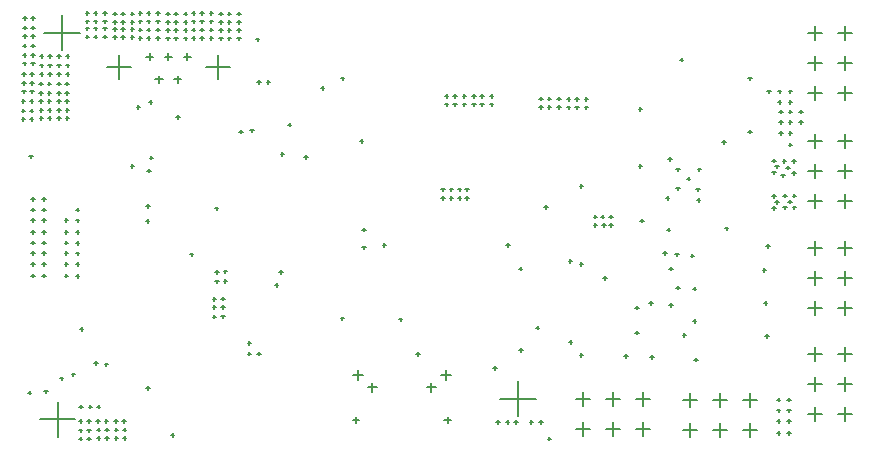
<source format=gbr>
%TF.GenerationSoftware,Altium Limited,Altium Designer,25.4.2 (15)*%
G04 Layer_Color=128*
%FSLAX45Y45*%
%MOMM*%
%TF.SameCoordinates,9A986A7D-484F-4AC0-AE4B-942BB78B8B2C*%
%TF.FilePolarity,Positive*%
%TF.FileFunction,Drillmap*%
%TF.Part,Single*%
G01*
G75*
%TA.AperFunction,NonConductor*%
%ADD100C,0.12700*%
D100*
X13643700Y7937500D02*
X13763699D01*
X13703700Y7877500D02*
Y7997500D01*
X13643700Y7683500D02*
X13763699D01*
X13703700Y7623500D02*
Y7743500D01*
X13643700Y7429500D02*
X13763699D01*
X13703700Y7369500D02*
Y7489500D01*
X13389700Y7937500D02*
X13509700D01*
X13449699Y7877500D02*
Y7997500D01*
X13389700Y7683500D02*
X13509700D01*
X13449699Y7623500D02*
Y7743500D01*
X13389700Y7429500D02*
X13509700D01*
X13449699Y7369500D02*
Y7489500D01*
X10159972Y5854989D02*
X10239971D01*
X10199971Y5814989D02*
Y5894988D01*
X9659972Y5854989D02*
X9739971D01*
X9699971Y5814989D02*
Y5894988D01*
X10309972Y5579988D02*
X10364971D01*
X10337472Y5552489D02*
Y5607488D01*
X9534972Y5579988D02*
X9589971D01*
X9562471Y5552489D02*
Y5607488D01*
X10279971Y5959988D02*
X10364971D01*
X10322471Y5917488D02*
Y6002488D01*
X9534972Y5959988D02*
X9619972D01*
X9577472Y5917488D02*
Y6002488D01*
X7454341Y8564610D02*
X7654341D01*
X7554341Y8464610D02*
Y8664610D01*
X8294341Y8564610D02*
X8494341D01*
X8394341Y8464610D02*
Y8664610D01*
X7784341Y8654610D02*
X7844341D01*
X7814341Y8624610D02*
Y8684610D01*
X7864341Y8464610D02*
X7924341D01*
X7894341Y8434610D02*
Y8494610D01*
X7944341Y8654610D02*
X8004341D01*
X7974341Y8624610D02*
Y8684610D01*
X8024341Y8464610D02*
X8084341D01*
X8054341Y8434610D02*
Y8494610D01*
X8104341Y8654610D02*
X8164341D01*
X8134341Y8624610D02*
Y8684610D01*
X6922500Y8858500D02*
X7222500D01*
X7072500Y8708500D02*
Y9008500D01*
X12329000Y5746300D02*
X12449000D01*
X12389000Y5686300D02*
Y5806300D01*
X12583000Y5746300D02*
X12703000D01*
X12643000Y5686300D02*
Y5806300D01*
X12837000Y5746300D02*
X12957001D01*
X12897000Y5686300D02*
Y5806300D01*
X12329000Y5492300D02*
X12449000D01*
X12389000Y5432300D02*
Y5552300D01*
X12583000Y5492300D02*
X12703000D01*
X12643000Y5432300D02*
Y5552300D01*
X12837000Y5492300D02*
X12957001D01*
X12897000Y5432300D02*
Y5552300D01*
X13389700Y6527800D02*
X13509700D01*
X13449699Y6467800D02*
Y6587800D01*
X13389700Y6781800D02*
X13509700D01*
X13449699Y6721800D02*
Y6841800D01*
X13389700Y7035800D02*
X13509700D01*
X13449699Y6975800D02*
Y7095800D01*
X13643700Y6527800D02*
X13763699D01*
X13703700Y6467800D02*
Y6587800D01*
X13643700Y6781800D02*
X13763699D01*
X13703700Y6721800D02*
Y6841800D01*
X13643700Y7035800D02*
X13763699D01*
X13703700Y6975800D02*
Y7095800D01*
X13389700Y5626100D02*
X13509700D01*
X13449699Y5566100D02*
Y5686100D01*
X13389700Y5880100D02*
X13509700D01*
X13449699Y5820100D02*
Y5940100D01*
X13389700Y6134100D02*
X13509700D01*
X13449699Y6074100D02*
Y6194100D01*
X13643700Y5626100D02*
X13763699D01*
X13703700Y5566100D02*
Y5686100D01*
X13643700Y5880100D02*
X13763699D01*
X13703700Y5820100D02*
Y5940100D01*
X13643700Y6134100D02*
X13763699D01*
X13703700Y6074100D02*
Y6194100D01*
X13389700Y8343500D02*
X13509700D01*
X13449699Y8283500D02*
Y8403500D01*
X13389700Y8597500D02*
X13509700D01*
X13449699Y8537500D02*
Y8657500D01*
X13389700Y8851500D02*
X13509700D01*
X13449699Y8791500D02*
Y8911500D01*
X13643700Y8343500D02*
X13763699D01*
X13703700Y8283500D02*
Y8403500D01*
X13643700Y8597500D02*
X13763699D01*
X13703700Y8537500D02*
Y8657500D01*
X13643700Y8851500D02*
X13763699D01*
X13703700Y8791500D02*
Y8911500D01*
X6887500Y5583500D02*
X7187500D01*
X7037500Y5433500D02*
Y5733500D01*
X10785300Y5758500D02*
X11085300D01*
X10935300Y5608500D02*
Y5908500D01*
X11427700Y5757000D02*
X11547700D01*
X11487700Y5697001D02*
Y5817000D01*
X11681700Y5757000D02*
X11801700D01*
X11741700Y5697001D02*
Y5817000D01*
X11935700Y5757000D02*
X12055700D01*
X11995700Y5697001D02*
Y5817000D01*
X11427700Y5503000D02*
X11547700D01*
X11487700Y5443001D02*
Y5563000D01*
X11681700Y5503000D02*
X11801700D01*
X11741700Y5443001D02*
Y5563000D01*
X11935700Y5503000D02*
X12055700D01*
X11995700Y5443001D02*
Y5563000D01*
X7808258Y8270000D02*
X7838258D01*
X7823258Y8255000D02*
Y8285000D01*
X8040740Y8145740D02*
X8070740D01*
X8055740Y8130740D02*
Y8160740D01*
X13085001Y7675000D02*
X13114999D01*
X13100000Y7660000D02*
Y7690000D01*
X13085001Y7775000D02*
X13114999D01*
X13100000Y7760000D02*
Y7790000D01*
X13110001Y7725000D02*
X13139999D01*
X13125000Y7710000D02*
Y7740000D01*
X13110001Y7425000D02*
X13139999D01*
X13125000Y7410000D02*
Y7440000D01*
X13085001Y7475000D02*
X13114999D01*
X13100000Y7460000D02*
Y7490000D01*
X13085001Y7375000D02*
X13114999D01*
X13100000Y7360000D02*
Y7390000D01*
X13260001Y7477957D02*
X13289999D01*
X13275000Y7462957D02*
Y7492957D01*
X13260001Y7377957D02*
X13289999D01*
X13275000Y7362957D02*
Y7392957D01*
X13180000Y7377957D02*
X13210001D01*
X13195000Y7362957D02*
Y7392957D01*
X13220000Y7427956D02*
X13250000D01*
X13235001Y7412956D02*
Y7442956D01*
X13180000Y7477957D02*
X13210001D01*
X13195000Y7462957D02*
Y7492957D01*
X13205905Y7714969D02*
X13235905D01*
X13220905Y7699969D02*
Y7729969D01*
X13164999Y7650000D02*
X13195000D01*
X13180000Y7635000D02*
Y7665000D01*
X13255000Y7770000D02*
X13285001D01*
X13270000Y7755000D02*
Y7785000D01*
X13175000Y7770000D02*
X13205000D01*
X13189999Y7755000D02*
Y7785000D01*
X13255000Y7670000D02*
X13285001D01*
X13270000Y7655000D02*
Y7685000D01*
X7995000Y5450000D02*
X8025000D01*
X8010000Y5435000D02*
Y5465000D01*
X9431744Y6438582D02*
X9461744D01*
X9446744Y6423582D02*
Y6453582D01*
X10071744Y6138582D02*
X10101744D01*
X10086744Y6123582D02*
Y6153582D01*
X12327043Y6300000D02*
X12357043D01*
X12342043Y6285000D02*
Y6315000D01*
X11955000Y7730000D02*
X11985000D01*
X11970000Y7715000D02*
Y7745000D01*
X11955000Y8210000D02*
X11985000D01*
X11970000Y8195000D02*
Y8225000D01*
X7783639Y7265502D02*
X7813639D01*
X7798639Y7250502D02*
Y7280502D01*
X7785000Y7390000D02*
X7815000D01*
X7800000Y7375000D02*
Y7405000D01*
X7795000Y7690000D02*
X7825000D01*
X7810000Y7675000D02*
Y7705000D01*
X7815000Y7800000D02*
X7845000D01*
X7830000Y7785000D02*
Y7815000D01*
X10941744Y6860549D02*
X10971744D01*
X10956744Y6845549D02*
Y6875549D01*
X11031855Y5562446D02*
X11061855D01*
X11046855Y5547446D02*
Y5577446D01*
X11111855Y5562446D02*
X11141855D01*
X11126855Y5547446D02*
Y5577446D01*
X11185000Y5420000D02*
X11215000D01*
X11200000Y5405000D02*
Y5435000D01*
X10901855Y5562446D02*
X10931855D01*
X10916855Y5547446D02*
Y5577446D01*
X10751855Y5562446D02*
X10781855D01*
X10766855Y5547446D02*
Y5577446D01*
X10831855Y5562446D02*
X10861855D01*
X10846855Y5547446D02*
Y5577446D01*
X7585000Y5570000D02*
X7615000D01*
X7600000Y5555000D02*
Y5585000D01*
X6815000Y7080000D02*
X6845000D01*
X6830000Y7065000D02*
Y7095000D01*
X6815000Y6990000D02*
X6845000D01*
X6830000Y6975000D02*
Y7005000D01*
X6815000Y6900000D02*
X6845000D01*
X6830000Y6885000D02*
Y6915000D01*
X6815000Y6800000D02*
X6845000D01*
X6830000Y6785000D02*
Y6815000D01*
X6905000Y7080000D02*
X6935000D01*
X6920000Y7065000D02*
Y7095000D01*
X6905000Y6990000D02*
X6935000D01*
X6920000Y6975000D02*
Y7005000D01*
X6905000Y6900000D02*
X6935000D01*
X6920000Y6885000D02*
Y6915000D01*
X6905000Y6800000D02*
X6935000D01*
X6920000Y6785000D02*
Y6815000D01*
X7095000Y7080000D02*
X7125000D01*
X7110000Y7065000D02*
Y7095000D01*
X7095000Y6990000D02*
X7125000D01*
X7110000Y6975000D02*
Y7005000D01*
X7095000Y6900000D02*
X7125000D01*
X7110000Y6885000D02*
Y6915000D01*
X7095000Y6800000D02*
X7125000D01*
X7110000Y6785000D02*
Y6815000D01*
X7191334Y6799079D02*
X7221334D01*
X7206334Y6784079D02*
Y6814079D01*
X7191334Y6899079D02*
X7221334D01*
X7206334Y6884079D02*
Y6914079D01*
X7191334Y6989079D02*
X7221334D01*
X7206334Y6974079D02*
Y7004079D01*
X7191334Y7079079D02*
X7221334D01*
X7206334Y7064079D02*
Y7094079D01*
X7191334Y7359078D02*
X7221334D01*
X7206334Y7344079D02*
Y7374078D01*
X7191334Y7269078D02*
X7221334D01*
X7206334Y7254078D02*
Y7284078D01*
X7191334Y7169079D02*
X7221334D01*
X7206334Y7154079D02*
Y7184079D01*
X7095000Y7170000D02*
X7125000D01*
X7110000Y7155000D02*
Y7185000D01*
X7095000Y7270000D02*
X7125000D01*
X7110000Y7255000D02*
Y7285000D01*
X6905000Y7170000D02*
X6935000D01*
X6920000Y7155000D02*
Y7185000D01*
X6905000Y7270000D02*
X6935000D01*
X6920000Y7255000D02*
Y7285000D01*
X6905000Y7360000D02*
X6935000D01*
X6920000Y7345000D02*
Y7375000D01*
X6905000Y7450000D02*
X6935000D01*
X6920000Y7435000D02*
Y7465000D01*
X6815000Y7170000D02*
X6845000D01*
X6830000Y7155000D02*
Y7185000D01*
X6815000Y7270000D02*
X6845000D01*
X6830000Y7255000D02*
Y7285000D01*
X6815000Y7360000D02*
X6845000D01*
X6830000Y7345000D02*
Y7375000D01*
X6815000Y7450000D02*
X6845000D01*
X6830000Y7435000D02*
Y7465000D01*
X8348669Y6602858D02*
X8378669D01*
X8363669Y6587858D02*
Y6617858D01*
X8348669Y6452858D02*
X8378669D01*
X8363669Y6437858D02*
Y6467858D01*
X8348669Y6532858D02*
X8378669D01*
X8363669Y6517858D02*
Y6547858D01*
X8421115Y6536003D02*
X8451115D01*
X8436115Y6521003D02*
Y6551003D01*
X8421115Y6606003D02*
X8451115D01*
X8436115Y6591003D02*
Y6621003D01*
X8421115Y6456003D02*
X8451115D01*
X8436115Y6441003D02*
Y6471003D01*
X8368670Y6752858D02*
X8398670D01*
X8383670Y6737858D02*
Y6767858D01*
X8368670Y6832858D02*
X8398670D01*
X8383670Y6817858D02*
Y6847858D01*
X8441115Y6836003D02*
X8471115D01*
X8456115Y6821003D02*
Y6851003D01*
X8441115Y6756003D02*
X8471115D01*
X8456115Y6741003D02*
Y6771003D01*
X7217684Y5691635D02*
X7247684D01*
X7232684Y5676635D02*
Y5706635D01*
X7367684Y5691635D02*
X7397684D01*
X7382684Y5676635D02*
Y5706635D01*
X7297684Y5691635D02*
X7327684D01*
X7312684Y5676635D02*
Y5706635D01*
X7285000Y5490000D02*
X7315000D01*
X7300000Y5475000D02*
Y5505000D01*
X7285000Y5420000D02*
X7315000D01*
X7300000Y5405000D02*
Y5435000D01*
X7215000Y5420000D02*
X7245000D01*
X7230000Y5405000D02*
Y5435000D01*
X7215000Y5490000D02*
X7245000D01*
X7230000Y5475000D02*
Y5505000D01*
X7285000Y5570000D02*
X7315000D01*
X7300000Y5555000D02*
Y5585000D01*
X7215000Y5570000D02*
X7245000D01*
X7230000Y5555000D02*
Y5585000D01*
X7435000Y5570000D02*
X7465000D01*
X7450000Y5555000D02*
Y5585000D01*
X7365000Y5570000D02*
X7395000D01*
X7380000Y5555000D02*
Y5585000D01*
X7515000Y5570000D02*
X7545000D01*
X7530000Y5555000D02*
Y5585000D01*
X7518145Y5497554D02*
X7548145D01*
X7533145Y5482554D02*
Y5512554D01*
X7518145Y5427554D02*
X7548145D01*
X7533145Y5412554D02*
Y5442554D01*
X7588145Y5427554D02*
X7618145D01*
X7603145Y5412554D02*
Y5442554D01*
X7588145Y5497554D02*
X7618145D01*
X7603145Y5482554D02*
Y5512554D01*
X7368145Y5497554D02*
X7398145D01*
X7383145Y5482554D02*
Y5512554D01*
X7368145Y5427554D02*
X7398145D01*
X7383145Y5412554D02*
Y5442554D01*
X7438145Y5427554D02*
X7468145D01*
X7453145Y5412554D02*
Y5442554D01*
X7438145Y5497554D02*
X7468145D01*
X7453145Y5482554D02*
Y5512554D01*
X6954041Y8204803D02*
X6984041D01*
X6969041Y8189803D02*
Y8219803D01*
X6954041Y8134803D02*
X6984041D01*
X6969041Y8119803D02*
Y8149803D01*
X6884041Y8134803D02*
X6914041D01*
X6899041Y8119803D02*
Y8149803D01*
X6884041Y8204803D02*
X6914041D01*
X6899041Y8189803D02*
Y8219803D01*
X7104041Y8204803D02*
X7134041D01*
X7119041Y8189803D02*
Y8219803D01*
X7104041Y8134803D02*
X7134041D01*
X7119041Y8119803D02*
Y8149803D01*
X7034041Y8134803D02*
X7064041D01*
X7049041Y8119803D02*
Y8149803D01*
X7034041Y8204803D02*
X7064041D01*
X7049041Y8189803D02*
Y8219803D01*
X7105000Y8580000D02*
X7135000D01*
X7120000Y8565000D02*
Y8595000D01*
X7105000Y8510000D02*
X7135000D01*
X7120000Y8495000D02*
Y8525000D01*
X7035000Y8510000D02*
X7065000D01*
X7050000Y8495000D02*
Y8525000D01*
X7035000Y8580000D02*
X7065000D01*
X7050000Y8565000D02*
Y8595000D01*
X7105000Y8660000D02*
X7135000D01*
X7120000Y8645000D02*
Y8675000D01*
X7035000Y8660000D02*
X7065000D01*
X7050000Y8645000D02*
Y8675000D01*
X7030896Y8427249D02*
X7060896D01*
X7045896Y8412249D02*
Y8442249D01*
X7100896Y8427249D02*
X7130896D01*
X7115896Y8412249D02*
Y8442249D01*
X7030896Y8347249D02*
X7060896D01*
X7045896Y8332249D02*
Y8362249D01*
X7030896Y8277249D02*
X7060896D01*
X7045896Y8262249D02*
Y8292249D01*
X7100896Y8277249D02*
X7130896D01*
X7115896Y8262249D02*
Y8292249D01*
X7100896Y8347249D02*
X7130896D01*
X7115896Y8332249D02*
Y8362249D01*
X6955000Y8580000D02*
X6985000D01*
X6970000Y8565000D02*
Y8595000D01*
X6955000Y8510000D02*
X6985000D01*
X6970000Y8495000D02*
Y8525000D01*
X6885000Y8510000D02*
X6915000D01*
X6900000Y8495000D02*
Y8525000D01*
X6885000Y8580000D02*
X6915000D01*
X6900000Y8565000D02*
Y8595000D01*
X6955000Y8660000D02*
X6985000D01*
X6970000Y8645000D02*
Y8675000D01*
X6885000Y8660000D02*
X6915000D01*
X6900000Y8645000D02*
Y8675000D01*
X6880896Y8427249D02*
X6910896D01*
X6895896Y8412249D02*
Y8442249D01*
X6950896Y8427249D02*
X6980896D01*
X6965896Y8412249D02*
Y8442249D01*
X6880896Y8347249D02*
X6910896D01*
X6895896Y8332249D02*
Y8362249D01*
X6880896Y8277249D02*
X6910896D01*
X6895896Y8262249D02*
Y8292249D01*
X6950896Y8277249D02*
X6980896D01*
X6965896Y8262249D02*
Y8292249D01*
X6950896Y8347249D02*
X6980896D01*
X6965896Y8332249D02*
Y8362249D01*
X6805000Y8430000D02*
X6835000D01*
X6820000Y8415000D02*
Y8445000D01*
X6805000Y8360000D02*
X6835000D01*
X6820000Y8345000D02*
Y8375000D01*
X6735000Y8360000D02*
X6765000D01*
X6750000Y8345000D02*
Y8375000D01*
X6735000Y8430000D02*
X6765000D01*
X6750000Y8415000D02*
Y8445000D01*
X6805000Y8510000D02*
X6835000D01*
X6820000Y8495000D02*
Y8525000D01*
X6735000Y8510000D02*
X6765000D01*
X6750000Y8495000D02*
Y8525000D01*
X6730896Y8277249D02*
X6760896D01*
X6745896Y8262249D02*
Y8292249D01*
X6800896Y8277249D02*
X6830896D01*
X6815896Y8262249D02*
Y8292249D01*
X6730896Y8197249D02*
X6760896D01*
X6745896Y8182249D02*
Y8212249D01*
X6730896Y8127249D02*
X6760896D01*
X6745896Y8112249D02*
Y8142249D01*
X6800896Y8127249D02*
X6830896D01*
X6815896Y8112249D02*
Y8142249D01*
X6800896Y8197249D02*
X6830896D01*
X6815896Y8182249D02*
Y8212249D01*
X6815000Y8900000D02*
X6845000D01*
X6830000Y8885000D02*
Y8915000D01*
X6815000Y8830000D02*
X6845000D01*
X6830000Y8815000D02*
Y8845000D01*
X6745000Y8830000D02*
X6775000D01*
X6760000Y8815000D02*
Y8845000D01*
X6745000Y8900000D02*
X6775000D01*
X6760000Y8885000D02*
Y8915000D01*
X6815000Y8980000D02*
X6845000D01*
X6830000Y8965000D02*
Y8995000D01*
X6745000Y8980000D02*
X6775000D01*
X6760000Y8965000D02*
Y8995000D01*
X6740896Y8747249D02*
X6770896D01*
X6755896Y8732249D02*
Y8762249D01*
X6810896Y8747249D02*
X6840896D01*
X6825896Y8732249D02*
Y8762249D01*
X6740896Y8667249D02*
X6770896D01*
X6755896Y8652249D02*
Y8682249D01*
X6740896Y8597249D02*
X6770896D01*
X6755896Y8582249D02*
Y8612249D01*
X6810896Y8597249D02*
X6840896D01*
X6825896Y8582249D02*
Y8612249D01*
X6810896Y8667249D02*
X6840896D01*
X6825896Y8652249D02*
Y8682249D01*
X7575000Y8820000D02*
X7605000D01*
X7590000Y8805000D02*
Y8835000D01*
X7505000Y8820000D02*
X7535000D01*
X7520000Y8805000D02*
Y8835000D01*
X7505000Y8890000D02*
X7535000D01*
X7520000Y8875000D02*
Y8905000D01*
X7575000Y8890000D02*
X7605000D01*
X7590000Y8875000D02*
Y8905000D01*
X7655000Y8820000D02*
X7685000D01*
X7670000Y8805000D02*
Y8835000D01*
X7655000Y8890000D02*
X7685000D01*
X7670000Y8875000D02*
Y8905000D01*
X7422249Y8894104D02*
X7452248D01*
X7437249Y8879104D02*
Y8909104D01*
X7422249Y8824104D02*
X7452248D01*
X7437249Y8809104D02*
Y8839104D01*
X7342249Y8894104D02*
X7372249D01*
X7357249Y8879104D02*
Y8909104D01*
X7272249Y8894104D02*
X7302249D01*
X7287249Y8879104D02*
Y8909104D01*
X7272249Y8824104D02*
X7302249D01*
X7287249Y8809104D02*
Y8839104D01*
X7342249Y8824104D02*
X7372249D01*
X7357249Y8809104D02*
Y8839104D01*
X7575000Y8950000D02*
X7605000D01*
X7590000Y8935000D02*
Y8965000D01*
X7505000Y8950000D02*
X7535000D01*
X7520000Y8935000D02*
Y8965000D01*
X7505000Y9020000D02*
X7535000D01*
X7520000Y9005000D02*
Y9035000D01*
X7575000Y9020000D02*
X7605000D01*
X7590000Y9005000D02*
Y9035000D01*
X7655000Y8950000D02*
X7685000D01*
X7670000Y8935000D02*
Y8965000D01*
X7655000Y9020000D02*
X7685000D01*
X7670000Y9005000D02*
Y9035000D01*
X7422249Y9024104D02*
X7452248D01*
X7437249Y9009104D02*
Y9039104D01*
X7422249Y8954104D02*
X7452248D01*
X7437249Y8939104D02*
Y8969104D01*
X7342249Y9024104D02*
X7372249D01*
X7357249Y9009104D02*
Y9039104D01*
X7272249Y9024104D02*
X7302249D01*
X7287249Y9009104D02*
Y9039104D01*
X7272249Y8954104D02*
X7302249D01*
X7287249Y8939104D02*
Y8969104D01*
X7342249Y8954104D02*
X7372249D01*
X7357249Y8939104D02*
Y8969104D01*
X8025000Y8810000D02*
X8055000D01*
X8040000Y8795000D02*
Y8825000D01*
X7955000Y8810000D02*
X7985000D01*
X7970000Y8795000D02*
Y8825000D01*
X7955000Y8880000D02*
X7985000D01*
X7970000Y8865000D02*
Y8895000D01*
X8025000Y8880000D02*
X8055000D01*
X8040000Y8865000D02*
Y8895000D01*
X8105000Y8810000D02*
X8135000D01*
X8120000Y8795000D02*
Y8825000D01*
X8105000Y8880000D02*
X8135000D01*
X8120000Y8865000D02*
Y8895000D01*
X7872249Y8884104D02*
X7902249D01*
X7887249Y8869104D02*
Y8899104D01*
X7872249Y8814104D02*
X7902249D01*
X7887249Y8799104D02*
Y8829104D01*
X7792249Y8884104D02*
X7822249D01*
X7807249Y8869104D02*
Y8899104D01*
X7722249Y8884104D02*
X7752249D01*
X7737249Y8869104D02*
Y8899104D01*
X7722249Y8814104D02*
X7752249D01*
X7737249Y8799104D02*
Y8829104D01*
X7792249Y8814104D02*
X7822249D01*
X7807249Y8799104D02*
Y8829104D01*
X8025000Y8950000D02*
X8055000D01*
X8040000Y8935000D02*
Y8965000D01*
X7955000Y8950000D02*
X7985000D01*
X7970000Y8935000D02*
Y8965000D01*
X7955000Y9020000D02*
X7985000D01*
X7970000Y9005000D02*
Y9035000D01*
X8025000Y9020000D02*
X8055000D01*
X8040000Y9005000D02*
Y9035000D01*
X8105000Y8950000D02*
X8135000D01*
X8120000Y8935000D02*
Y8965000D01*
X8105000Y9020000D02*
X8135000D01*
X8120000Y9005000D02*
Y9035000D01*
X7872249Y9024104D02*
X7902249D01*
X7887249Y9009104D02*
Y9039104D01*
X7872249Y8954104D02*
X7902249D01*
X7887249Y8939104D02*
Y8969104D01*
X7792249Y9024104D02*
X7822249D01*
X7807249Y9009104D02*
Y9039104D01*
X7722249Y9024104D02*
X7752249D01*
X7737249Y9009104D02*
Y9039104D01*
X7722249Y8954104D02*
X7752249D01*
X7737249Y8939104D02*
Y8969104D01*
X7792249Y8954104D02*
X7822249D01*
X7807249Y8939104D02*
Y8969104D01*
X8475000Y8950000D02*
X8505000D01*
X8490000Y8935000D02*
Y8965000D01*
X8405000Y8950000D02*
X8435000D01*
X8420000Y8935000D02*
Y8965000D01*
X8405000Y9020000D02*
X8435000D01*
X8420000Y9005000D02*
Y9035000D01*
X8475000Y9020000D02*
X8505000D01*
X8490000Y9005000D02*
Y9035000D01*
X8555000Y8950000D02*
X8585000D01*
X8570000Y8935000D02*
Y8965000D01*
X8555000Y9020000D02*
X8585000D01*
X8570000Y9005000D02*
Y9035000D01*
X8322249Y9024104D02*
X8352248D01*
X8337249Y9009104D02*
Y9039104D01*
X8322249Y8954104D02*
X8352248D01*
X8337249Y8939104D02*
Y8969104D01*
X8242249Y9024104D02*
X8272249D01*
X8257249Y9009104D02*
Y9039104D01*
X8172249Y9024104D02*
X8202249D01*
X8187249Y9009104D02*
Y9039104D01*
X8172249Y8954104D02*
X8202249D01*
X8187249Y8939104D02*
Y8969104D01*
X8242249Y8954104D02*
X8272249D01*
X8257249Y8939104D02*
Y8969104D01*
X8475000Y8810000D02*
X8505000D01*
X8490000Y8795000D02*
Y8825000D01*
X8405000Y8810000D02*
X8435000D01*
X8420000Y8795000D02*
Y8825000D01*
X8405000Y8880000D02*
X8435000D01*
X8420000Y8865000D02*
Y8895000D01*
X8475000Y8880000D02*
X8505000D01*
X8490000Y8865000D02*
Y8895000D01*
X8555000Y8810000D02*
X8585000D01*
X8570000Y8795000D02*
Y8825000D01*
X8555000Y8880000D02*
X8585000D01*
X8570000Y8865000D02*
Y8895000D01*
X8322249Y8884104D02*
X8352248D01*
X8337249Y8869104D02*
Y8899104D01*
X8322249Y8814104D02*
X8352248D01*
X8337249Y8799104D02*
Y8829104D01*
X8242249Y8884104D02*
X8272249D01*
X8257249Y8869104D02*
Y8899104D01*
X8172249Y8884104D02*
X8202249D01*
X8187249Y8869104D02*
Y8899104D01*
X8172249Y8814104D02*
X8202249D01*
X8187249Y8799104D02*
Y8829104D01*
X8242249Y8814104D02*
X8272249D01*
X8257249Y8799104D02*
Y8829104D01*
X13225000Y8360000D02*
X13255000D01*
X13239999Y8345000D02*
Y8375000D01*
X13135001Y8360000D02*
X13164999D01*
X13150000Y8345000D02*
Y8375000D01*
X13045000Y8360000D02*
X13075000D01*
X13060001Y8345000D02*
Y8375000D01*
X13225000Y8270000D02*
X13255000D01*
X13239999Y8255000D02*
Y8285000D01*
X13135001Y8270000D02*
X13164999D01*
X13150000Y8255000D02*
Y8285000D01*
X13145000Y8010000D02*
X13175000D01*
X13160001Y7995000D02*
Y8025000D01*
X13145000Y8100000D02*
X13175000D01*
X13160001Y8085000D02*
Y8115000D01*
X13145000Y8190000D02*
X13175000D01*
X13160001Y8175000D02*
Y8205000D01*
X13314999Y8100000D02*
X13345000D01*
X13330000Y8085000D02*
Y8115000D01*
X13314999Y8190000D02*
X13345000D01*
X13330000Y8175000D02*
Y8205000D01*
X13225000Y7910000D02*
X13255000D01*
X13239999Y7895000D02*
Y7925000D01*
X13225000Y8010000D02*
X13255000D01*
X13239999Y7995000D02*
Y8025000D01*
X13225000Y8100000D02*
X13255000D01*
X13239999Y8085000D02*
Y8115000D01*
X13225000Y8190000D02*
X13255000D01*
X13239999Y8175000D02*
Y8205000D01*
X13214999Y5470000D02*
X13245000D01*
X13230000Y5455000D02*
Y5485000D01*
X13214999Y5570000D02*
X13245000D01*
X13230000Y5555000D02*
Y5585000D01*
X13214999Y5660000D02*
X13245000D01*
X13230000Y5645000D02*
Y5675000D01*
X13214999Y5750000D02*
X13245000D01*
X13230000Y5735000D02*
Y5765000D01*
X13125000Y5470000D02*
X13155000D01*
X13139999Y5455000D02*
Y5485000D01*
X13125000Y5570000D02*
X13155000D01*
X13139999Y5555000D02*
Y5585000D01*
X13125000Y5660000D02*
X13155000D01*
X13139999Y5645000D02*
Y5675000D01*
X13125000Y5750000D02*
X13155000D01*
X13139999Y5735000D02*
Y5765000D01*
X8725000Y6140000D02*
X8755000D01*
X8740000Y6125000D02*
Y6155000D01*
X8645000Y6140000D02*
X8675000D01*
X8660000Y6125000D02*
Y6155000D01*
X8645000Y6230000D02*
X8675000D01*
X8660000Y6215000D02*
Y6245000D01*
X7055000Y5930000D02*
X7085000D01*
X7070000Y5915000D02*
Y5945000D01*
X8367043Y7370000D02*
X8397043D01*
X8382043Y7355000D02*
Y7385000D01*
X10355000Y7530000D02*
X10385000D01*
X10370000Y7515000D02*
Y7545000D01*
X10425000Y7530000D02*
X10455000D01*
X10440000Y7515000D02*
Y7545000D01*
X10485000Y7530000D02*
X10515000D01*
X10500000Y7515000D02*
Y7545000D01*
X10485000Y7460000D02*
X10515000D01*
X10500000Y7445000D02*
Y7475000D01*
X10425000Y7460000D02*
X10455000D01*
X10440000Y7445000D02*
Y7475000D01*
X10285000Y7460000D02*
X10315000D01*
X10300000Y7445000D02*
Y7475000D01*
X10355000Y7460000D02*
X10385000D01*
X10370000Y7445000D02*
Y7475000D01*
X10285000Y7530000D02*
X10315000D01*
X10300000Y7515000D02*
Y7545000D01*
X12215000Y6860000D02*
X12245000D01*
X12230000Y6845000D02*
Y6875000D01*
X11928910Y6317342D02*
X11958910D01*
X11943910Y6302342D02*
Y6332342D01*
X8875000Y6720000D02*
X8905000D01*
X8890000Y6705000D02*
Y6735000D01*
X8912957Y6830000D02*
X8942956D01*
X8927956Y6815000D02*
Y6845000D01*
X9788179Y7058150D02*
X9818179D01*
X9803179Y7043150D02*
Y7073150D01*
X8925000Y7830000D02*
X8955000D01*
X8940000Y7815000D02*
Y7845000D01*
X8805000Y8440000D02*
X8835000D01*
X8820000Y8425000D02*
Y8455000D01*
X8665000Y8030000D02*
X8695000D01*
X8680000Y8015000D02*
Y8045000D01*
X7705000Y8230000D02*
X7735000D01*
X7720000Y8215000D02*
Y8245000D01*
X7655000Y7730000D02*
X7685000D01*
X7670000Y7715000D02*
Y7745000D01*
X7435000Y6050000D02*
X7465000D01*
X7450000Y6035000D02*
Y6065000D01*
X11365000Y6240000D02*
X11395000D01*
X11380000Y6225000D02*
Y6255000D01*
X11971090Y7267342D02*
X12001090D01*
X11986090Y7252342D02*
Y7282342D01*
X7345000Y6060000D02*
X7375000D01*
X7360000Y6045000D02*
Y6075000D01*
X7225000Y6350000D02*
X7255000D01*
X7240000Y6335000D02*
Y6365000D01*
X12185000Y7460000D02*
X12215000D01*
X12200000Y7445000D02*
Y7475000D01*
X10385000Y8250000D02*
X10415000D01*
X10400000Y8235000D02*
Y8265000D01*
X10315000Y8250000D02*
X10345000D01*
X10330000Y8235000D02*
Y8265000D01*
X10315000Y8320000D02*
X10345000D01*
X10330000Y8305000D02*
Y8335000D01*
X10385000Y8320000D02*
X10415000D01*
X10400000Y8305000D02*
Y8335000D01*
X10465000Y8250000D02*
X10495000D01*
X10480000Y8235000D02*
Y8265000D01*
X10465000Y8320000D02*
X10495000D01*
X10480000Y8305000D02*
Y8335000D01*
X10615000Y8250000D02*
X10645000D01*
X10630000Y8235000D02*
Y8265000D01*
X10545000Y8250000D02*
X10575000D01*
X10560000Y8235000D02*
Y8265000D01*
X10545000Y8320000D02*
X10575000D01*
X10560000Y8305000D02*
Y8335000D01*
X10615000Y8320000D02*
X10645000D01*
X10630000Y8305000D02*
Y8335000D01*
X10695000Y8250000D02*
X10725000D01*
X10710000Y8235000D02*
Y8265000D01*
X10695000Y8320000D02*
X10725000D01*
X10710000Y8305000D02*
Y8335000D01*
X11185000Y8230000D02*
X11215000D01*
X11200000Y8215000D02*
Y8245000D01*
X11115000Y8230000D02*
X11145000D01*
X11130000Y8215000D02*
Y8245000D01*
X11115000Y8300000D02*
X11145000D01*
X11130000Y8285000D02*
Y8315000D01*
X11185000Y8300000D02*
X11215000D01*
X11200000Y8285000D02*
Y8315000D01*
X11265000Y8230000D02*
X11295000D01*
X11280000Y8215000D02*
Y8245000D01*
X11265000Y8300000D02*
X11295000D01*
X11280000Y8285000D02*
Y8315000D01*
X11497751Y8295896D02*
X11527751D01*
X11512751Y8280896D02*
Y8310895D01*
X11497751Y8225896D02*
X11527751D01*
X11512751Y8210896D02*
Y8240896D01*
X11417752Y8295896D02*
X11447752D01*
X11432752Y8280896D02*
Y8310895D01*
X11347751Y8295896D02*
X11377751D01*
X11362751Y8280896D02*
Y8310895D01*
X11347751Y8225896D02*
X11377751D01*
X11362751Y8210896D02*
Y8240896D01*
X11417752Y8225896D02*
X11447752D01*
X11432752Y8210896D02*
Y8240896D01*
X9595000Y7940000D02*
X9625000D01*
X9610000Y7925000D02*
Y7955000D01*
X9435000Y8470000D02*
X9465000D01*
X9450000Y8455000D02*
Y8485000D01*
X9265000Y8390000D02*
X9295000D01*
X9280000Y8375000D02*
Y8405000D01*
X9126400Y7803231D02*
X9156400D01*
X9141400Y7788231D02*
Y7818230D01*
X8985000Y8080000D02*
X9015000D01*
X9000000Y8065000D02*
Y8095000D01*
X11455000Y7560000D02*
X11485000D01*
X11470000Y7545000D02*
Y7575000D01*
X11155000Y7380000D02*
X11185000D01*
X11170000Y7365000D02*
Y7395000D01*
X11362805Y6925571D02*
X11392805D01*
X11377805Y6910571D02*
Y6940571D01*
X10835000Y7060000D02*
X10865000D01*
X10850000Y7045000D02*
Y7075000D01*
X11645000Y7230000D02*
X11675000D01*
X11660000Y7215000D02*
Y7245000D01*
X11575000Y7230000D02*
X11605000D01*
X11590000Y7215000D02*
Y7245000D01*
X11575000Y7300000D02*
X11605000D01*
X11590000Y7285000D02*
Y7315000D01*
X11635000Y7300000D02*
X11665000D01*
X11650000Y7285000D02*
Y7315000D01*
X11705000Y7230000D02*
X11735000D01*
X11720000Y7215000D02*
Y7245000D01*
X11705000Y7300000D02*
X11735000D01*
X11720000Y7285000D02*
Y7315000D01*
X12305000Y8630000D02*
X12335000D01*
X12320000Y8615000D02*
Y8645000D01*
X12885001Y8470000D02*
X12914999D01*
X12900000Y8455000D02*
Y8485000D01*
X12885001Y8020000D02*
X12914999D01*
X12900000Y8005000D02*
Y8035000D01*
X12665000Y7930000D02*
X12695000D01*
X12680000Y7915000D02*
Y7945000D01*
X12364300Y7622700D02*
X12394300D01*
X12379300Y7607700D02*
Y7637700D01*
X12445000Y7530000D02*
X12475000D01*
X12460000Y7515000D02*
Y7545000D01*
X12275000Y7540000D02*
X12305000D01*
X12290000Y7525000D02*
Y7555000D01*
X12455000Y7700000D02*
X12485000D01*
X12470000Y7685000D02*
Y7715000D01*
X12275000Y7700000D02*
X12305000D01*
X12290000Y7685000D02*
Y7715000D01*
X12205000Y7790000D02*
X12235000D01*
X12220000Y7775000D02*
Y7805000D01*
X13025000Y6290000D02*
X13055000D01*
X13039999Y6275000D02*
Y6305000D01*
X13014999Y6570000D02*
X13045000D01*
X13030000Y6555000D02*
Y6585000D01*
X13004700Y6849700D02*
X13034700D01*
X13019701Y6834700D02*
Y6864700D01*
X13035001Y7050000D02*
X13064999D01*
X13050000Y7035000D02*
Y7065000D01*
X12424216Y6090000D02*
X12454216D01*
X12439216Y6075000D02*
Y6105000D01*
X12165000Y6990000D02*
X12195000D01*
X12180000Y6975000D02*
Y7005000D01*
X12395000Y6970000D02*
X12425000D01*
X12410000Y6955000D02*
Y6985000D01*
X12415000Y6690000D02*
X12445000D01*
X12430000Y6675000D02*
Y6705000D01*
X12415240Y6416371D02*
X12445240D01*
X12430240Y6401371D02*
Y6431371D01*
X12275000Y6700000D02*
X12305000D01*
X12290000Y6685000D02*
Y6715000D01*
X11925000Y6530000D02*
X11955000D01*
X11940000Y6515000D02*
Y6545000D01*
X12045000Y6570000D02*
X12075000D01*
X12060000Y6555000D02*
Y6585000D01*
X12055000Y6110000D02*
X12085000D01*
X12070000Y6095000D02*
Y6125000D01*
X11835000Y6120000D02*
X11865000D01*
X11850000Y6105000D02*
Y6135000D01*
X11455000Y6130000D02*
X11485000D01*
X11470000Y6115000D02*
Y6145000D01*
X11085400Y6359600D02*
X11115400D01*
X11100400Y6344600D02*
Y6374600D01*
X10945000Y6170000D02*
X10975000D01*
X10960000Y6155000D02*
Y6185000D01*
X8715000Y8800000D02*
X8745000D01*
X8730000Y8785000D02*
Y8815000D01*
X9925900Y6430300D02*
X9955900D01*
X9940900Y6415300D02*
Y6445300D01*
X9615000Y7190000D02*
X9645000D01*
X9630000Y7175000D02*
Y7205000D01*
X9615000Y7040000D02*
X9645000D01*
X9630000Y7025000D02*
Y7055000D01*
X6795000Y7810000D02*
X6825000D01*
X6810000Y7795000D02*
Y7825000D01*
X6925000Y5820000D02*
X6955000D01*
X6940000Y5805000D02*
Y5835000D01*
X6785000Y5810000D02*
X6815000D01*
X6800000Y5795000D02*
Y5825000D01*
X7155000Y5965400D02*
X7185000D01*
X7170000Y5950400D02*
Y5980400D01*
X8725000Y8440000D02*
X8755000D01*
X8740000Y8425000D02*
Y8455000D01*
X8575000Y8020000D02*
X8605000D01*
X8590000Y8005000D02*
Y8035000D01*
X11455000Y6900000D02*
X11485000D01*
X11470000Y6885000D02*
Y6915000D01*
X12685000Y7200000D02*
X12715000D01*
X12700000Y7185000D02*
Y7215000D01*
X12448648Y7438877D02*
X12478648D01*
X12463648Y7423877D02*
Y7453877D01*
X12265000Y6980000D02*
X12295000D01*
X12280000Y6965000D02*
Y6995000D01*
X11655000Y6780000D02*
X11685000D01*
X11670000Y6765000D02*
Y6795000D01*
X12215000Y6550000D02*
X12245000D01*
X12230000Y6535000D02*
Y6565000D01*
X12195000Y7190000D02*
X12225000D01*
X12210000Y7175000D02*
Y7205000D01*
X7785000Y5850000D02*
X7815000D01*
X7800000Y5835000D02*
Y5865000D01*
X10723497Y6020498D02*
X10753497D01*
X10738497Y6005498D02*
Y6035498D01*
X8155000Y6980000D02*
X8185000D01*
X8170000Y6965000D02*
Y6995000D01*
%TF.MD5,4df4cfd42ec30edc3795716f30cd2b4b*%
M02*

</source>
